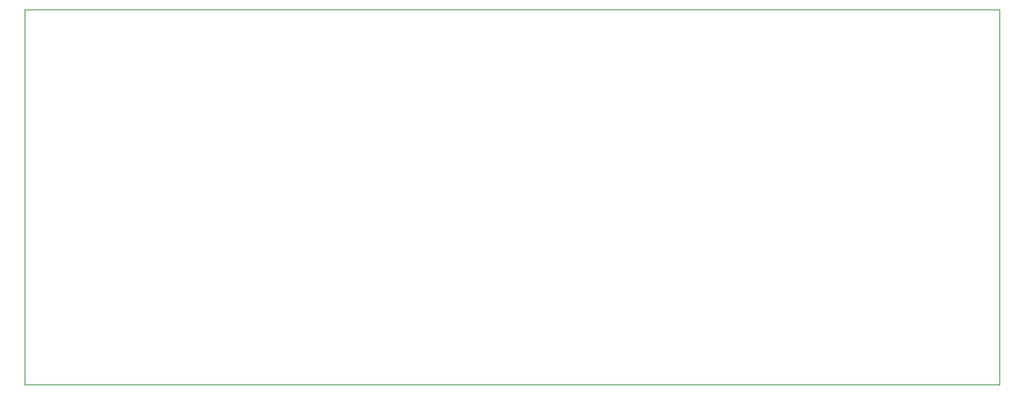
<source format=gbr>
G04 #@! TF.GenerationSoftware,KiCad,Pcbnew,(5.1.5-0-10_14)*
G04 #@! TF.CreationDate,2020-04-22T00:02:06+01:00*
G04 #@! TF.ProjectId,Display,44697370-6c61-4792-9e6b-696361645f70,rev?*
G04 #@! TF.SameCoordinates,Original*
G04 #@! TF.FileFunction,Profile,NP*
%FSLAX46Y46*%
G04 Gerber Fmt 4.6, Leading zero omitted, Abs format (unit mm)*
G04 Created by KiCad (PCBNEW (5.1.5-0-10_14)) date 2020-04-22 00:02:06*
%MOMM*%
%LPD*%
G04 APERTURE LIST*
%ADD10C,0.100000*%
G04 APERTURE END LIST*
D10*
X234000000Y-52000000D02*
X234000000Y-92000000D01*
X130000000Y-52000000D02*
X234000000Y-52000000D01*
X130000000Y-92000000D02*
X130000000Y-52000000D01*
X234000000Y-92000000D02*
X130000000Y-92000000D01*
M02*

</source>
